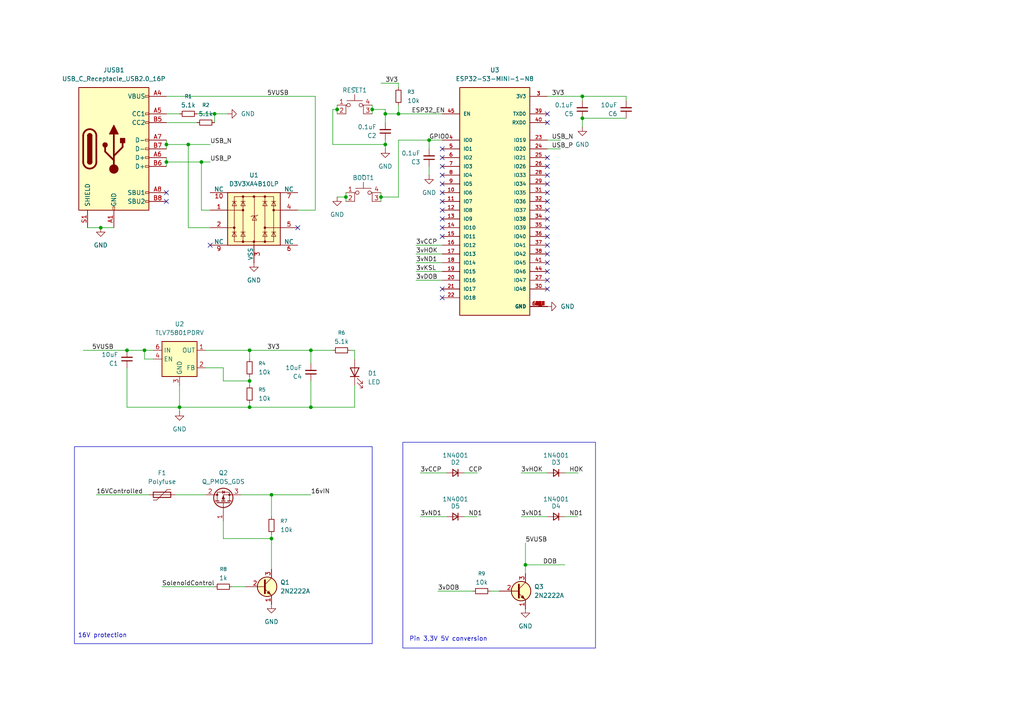
<source format=kicad_sch>
(kicad_sch (version 20250114) (generator "eeschema") (generator_version "9.0")
  (paper "A4")
  (lib_symbols
    (symbol "Connector:USB_C_Receptacle_USB2.0_16P" (pin_names (offset 1.016))
      (property "Reference" "J" (at 0 22.225 0))
      (property "Value" "USB_C_Receptacle_USB2.0_16P" (at 0 19.685 0))
      (symbol "USB_C_Receptacle_USB2.0_16P_0_0"
        (rectangle (start -0.254 -17.78) (end 0.254 -16.764))
        (rectangle (start 10.16 15.494) (end 9.144 14.986))
        (rectangle (start 10.16 10.414) (end 9.144 9.906))
        (rectangle (start 10.16 7.874) (end 9.144 7.366))
        (rectangle (start 10.16 2.794) (end 9.144 2.286))
        (rectangle (start 10.16 0.254) (end 9.144 -0.254))
        (rectangle (start 10.16 -2.286) (end 9.144 -2.794))
        (rectangle (start 10.16 -4.826) (end 9.144 -5.334))
        (rectangle (start 10.16 -12.446) (end 9.144 -12.954))
        (rectangle (start 10.16 -14.986) (end 9.144 -15.494))
      )
      (symbol "USB_C_Receptacle_USB2.0_16P_0_1"
        (rectangle (start -10.16 17.78) (end 10.16 -17.78) (stroke (width 0.254)) (fill (type background)))
        (polyline (pts (xy -8.89 -3.81) (xy -8.89 3.81)) (stroke (width 0.508)))
        (rectangle (start -7.62 -3.81) (end -6.35 3.81) (stroke (width 0.254)) (fill (type outline)))
        (arc (start -7.62 3.81) (mid -6.985 4.4423) (end -6.35 3.81) (stroke (width 0.254)))
        (arc (start -7.62 3.81) (mid -6.985 4.4423) (end -6.35 3.81) (stroke (width 0.254)) (fill (type outline)))
        (arc (start -8.89 3.81) (mid -6.985 5.7067) (end -5.08 3.81) (stroke (width 0.508)))
        (arc (start -5.08 -3.81) (mid -6.985 -5.7067) (end -8.89 -3.81) (stroke (width 0.508)))
        (arc (start -6.35 -3.81) (mid -6.985 -4.4423) (end -7.62 -3.81) (stroke (width 0.254)))
        (arc (start -6.35 -3.81) (mid -6.985 -4.4423) (end -7.62 -3.81) (stroke (width 0.254)) (fill (type outline)))
        (polyline (pts (xy -5.08 3.81) (xy -5.08 -3.81)) (stroke (width 0.508)))
        (circle (center -2.54 1.143) (radius 0.635) (stroke (width 0.254)) (fill (type outline)))
        (polyline (pts (xy -1.27 4.318) (xy 0 6.858) (xy 1.27 4.318) (xy -1.27 4.318)) (stroke (width 0.254)) (fill (type outline)))
        (polyline (pts (xy 0 -2.032) (xy 2.54 0.508) (xy 2.54 1.778)) (stroke (width 0.508)))
        (polyline (pts (xy 0 -3.302) (xy -2.54 -0.762) (xy -2.54 0.508)) (stroke (width 0.508)))
        (polyline (pts (xy 0 -5.842) (xy 0 4.318)) (stroke (width 0.508)))
        (circle (center 0 -5.842) (radius 1.27) (fill (type outline)))
        (rectangle (start 1.905 1.778) (end 3.175 3.048) (stroke (width 0.254)) (fill (type outline)))
      )
      (symbol "USB_C_Receptacle_USB2.0_16P_1_1"
        (pin passive line (at -7.62 -22.86 90) (length 5.08) (name "SHIELD") (number "S1"))
        (pin passive line (at 0 -22.86 90) (length 5.08) (name "GND") (number "A1"))
        (pin passive line (at 0 -22.86 90) (length 5.08) (hide yes) (name "GND") (number "A12"))
        (pin passive line (at 0 -22.86 90) (length 5.08) (hide yes) (name "GND") (number "B1"))
        (pin passive line (at 0 -22.86 90) (length 5.08) (hide yes) (name "GND") (number "B12"))
        (pin passive line (at 15.24 15.24 180) (length 5.08) (name "VBUS") (number "A4"))
        (pin passive line (at 15.24 15.24 180) (length 5.08) (hide yes) (name "VBUS") (number "A9"))
        (pin passive line (at 15.24 15.24 180) (length 5.08) (hide yes) (name "VBUS") (number "B4"))
        (pin passive line (at 15.24 15.24 180) (length 5.08) (hide yes) (name "VBUS") (number "B9"))
        (pin bidirectional line (at 15.24 10.16 180) (length 5.08) (name "CC1") (number "A5"))
        (pin bidirectional line (at 15.24 7.62 180) (length 5.08) (name "CC2") (number "B5"))
        (pin bidirectional line (at 15.24 2.54 180) (length 5.08) (name "D-") (number "A7"))
        (pin bidirectional line (at 15.24 0 180) (length 5.08) (name "D-") (number "B7"))
        (pin bidirectional line (at 15.24 -2.54 180) (length 5.08) (name "D+") (number "A6"))
        (pin bidirectional line (at 15.24 -5.08 180) (length 5.08) (name "D+") (number "B6"))
        (pin bidirectional line (at 15.24 -12.7 180) (length 5.08) (name "SBU1") (number "A8"))
        (pin bidirectional line (at 15.24 -15.24 180) (length 5.08) (name "SBU2") (number "B8"))
      )
    )
    (symbol "Device:C_Small" (pin_numbers (hide yes)) (pin_names (offset 0.254) (hide yes))
      (property "Reference" "C" (at 0.254 1.778 0))
      (property "Value" "C_Small" (at 0.254 -2.032 0))
      (symbol "C_Small_0_1"
        (polyline (pts (xy -1.524 0.508) (xy 1.524 0.508)) (stroke (width 0.3048)))
        (polyline (pts (xy -1.524 -0.508) (xy 1.524 -0.508)) (stroke (width 0.3302)))
      )
      (symbol "C_Small_1_1"
        (pin passive line (at 0 2.54 270) (length 2.032) (name "~") (number "1"))
        (pin passive line (at 0 -2.54 90) (length 2.032) (name "~") (number "2"))
      )
    )
    (symbol "Device:D_Small" (pin_numbers (hide yes)) (pin_names (offset 0.254) (hide yes))
      (property "Reference" "D" (at -1.27 2.032 0))
      (property "Value" "D_Small" (at -3.81 -2.032 0))
      (symbol "D_Small_0_1"
        (polyline (pts (xy -0.762 0) (xy 0.762 0)))
        (polyline (pts (xy -0.762 -1.016) (xy -0.762 1.016)) (stroke (width 0.254)))
        (polyline (pts (xy 0.762 -1.016) (xy -0.762 0) (xy 0.762 1.016) (xy 0.762 -1.016)) (stroke (width 0.254)))
      )
      (symbol "D_Small_1_1"
        (pin passive line (at -2.54 0 0) (length 1.778) (name "K") (number "1"))
        (pin passive line (at 2.54 0 180) (length 1.778) (name "A") (number "2"))
      )
    )
    (symbol "Device:LED" (pin_numbers (hide yes)) (pin_names (offset 1.016) (hide yes))
      (property "Reference" "D" (at 0 2.54 0))
      (property "Value" "LED" (at 0 -2.54 0))
      (symbol "LED_0_1"
        (polyline (pts (xy -3.048 -0.762) (xy -4.572 -2.286) (xy -3.81 -2.286) (xy -4.572 -2.286) (xy -4.572 -1.524)))
        (polyline (pts (xy -1.778 -0.762) (xy -3.302 -2.286) (xy -2.54 -2.286) (xy -3.302 -2.286) (xy -3.302 -1.524)))
        (polyline (pts (xy -1.27 0) (xy 1.27 0)))
        (polyline (pts (xy -1.27 -1.27) (xy -1.27 1.27)) (stroke (width 0.254)))
        (polyline (pts (xy 1.27 -1.27) (xy 1.27 1.27) (xy -1.27 0) (xy 1.27 -1.27)) (stroke (width 0.254)))
      )
      (symbol "LED_1_1"
        (pin passive line (at -3.81 0 0) (length 2.54) (name "K") (number "1"))
        (pin passive line (at 3.81 0 180) (length 2.54) (name "A") (number "2"))
      )
    )
    (symbol "Device:Polyfuse" (pin_numbers (hide yes)) (pin_names (offset 0))
      (property "Reference" "F" (at -2.54 0 90))
      (property "Value" "Polyfuse" (at 2.54 0 90))
      (symbol "Polyfuse_0_1"
        (polyline (pts (xy -1.524 2.54) (xy -1.524 1.524) (xy 1.524 -1.524) (xy 1.524 -2.54)))
        (rectangle (start -0.762 2.54) (end 0.762 -2.54) (stroke (width 0.254)))
        (polyline (pts (xy 0 2.54) (xy 0 -2.54)))
      )
      (symbol "Polyfuse_1_1"
        (pin passive line (at 0 3.81 270) (length 1.27) (name "~") (number "1"))
        (pin passive line (at 0 -3.81 90) (length 1.27) (name "~") (number "2"))
      )
    )
    (symbol "Device:R_Small" (pin_numbers (hide yes)) (pin_names (offset 0.254) (hide yes))
      (property "Reference" "R" (at 0 0 90))
      (property "Value" "R_Small" (at 1.778 0 90))
      (symbol "R_Small_0_1"
        (rectangle (start -0.762 1.778) (end 0.762 -1.778) (stroke (width 0.2032)))
      )
      (symbol "R_Small_1_1"
        (pin passive line (at 0 2.54 270) (length 0.762) (name "~") (number "1"))
        (pin passive line (at 0 -2.54 90) (length 0.762) (name "~") (number "2"))
      )
    )
    (symbol "ESP32:ESP32-S3-MINI-1-N8" (pin_names (offset 1.016))
      (property "Reference" "U" (at -10.16 34.29 0))
      (property "Value" "ESP32-S3-MINI-1-N8" (at -10.16 -35.56 0))
      (symbol "ESP32-S3-MINI-1-N8_0_0"
        (rectangle (start -10.16 -33.02) (end 10.16 33.02) (stroke (width 0.254)) (fill (type background)))
        (pin input line (at -15.24 25.4 0) (length 5.08) (name "EN") (number "45"))
        (pin bidirectional line (at -15.24 17.78 0) (length 5.08) (name "IO0") (number "4"))
        (pin bidirectional line (at -15.24 15.24 0) (length 5.08) (name "IO1") (number "5"))
        (pin bidirectional line (at -15.24 12.7 0) (length 5.08) (name "IO2") (number "6"))
        (pin bidirectional line (at -15.24 10.16 0) (length 5.08) (name "IO3") (number "7"))
        (pin bidirectional line (at -15.24 7.62 0) (length 5.08) (name "IO4") (number "8"))
        (pin bidirectional line (at -15.24 5.08 0) (length 5.08) (name "IO5") (number "9"))
        (pin bidirectional line (at -15.24 2.54 0) (length 5.08) (name "IO6") (number "10"))
        (pin bidirectional line (at -15.24 0 0) (length 5.08) (name "IO7") (number "11"))
        (pin bidirectional line (at -15.24 -2.54 0) (length 5.08) (name "IO8") (number "12"))
        (pin bidirectional line (at -15.24 -5.08 0) (length 5.08) (name "IO9") (number "13"))
        (pin bidirectional line (at -15.24 -7.62 0) (length 5.08) (name "IO10") (number "14"))
        (pin bidirectional line (at -15.24 -10.16 0) (length 5.08) (name "IO11") (number "15"))
        (pin bidirectional line (at -15.24 -12.7 0) (length 5.08) (name "IO12") (number "16"))
        (pin bidirectional line (at -15.24 -15.24 0) (length 5.08) (name "IO13") (number "17"))
        (pin bidirectional line (at -15.24 -17.78 0) (length 5.08) (name "IO14") (number "18"))
        (pin bidirectional line (at -15.24 -20.32 0) (length 5.08) (name "IO15") (number "19"))
        (pin bidirectional line (at -15.24 -22.86 0) (length 5.08) (name "IO16") (number "20"))
        (pin bidirectional line (at -15.24 -25.4 0) (length 5.08) (name "IO17") (number "21"))
        (pin bidirectional line (at -15.24 -27.94 0) (length 5.08) (name "IO18") (number "22"))
        (pin power_in line (at 15.24 30.48 180) (length 5.08) (name "3V3") (number "3"))
        (pin bidirectional line (at 15.24 25.4 180) (length 5.08) (name "TXD0") (number "39"))
        (pin bidirectional line (at 15.24 22.86 180) (length 5.08) (name "RXD0") (number "40"))
        (pin bidirectional line (at 15.24 17.78 180) (length 5.08) (name "IO19") (number "23"))
        (pin bidirectional line (at 15.24 15.24 180) (length 5.08) (name "IO20") (number "24"))
        (pin bidirectional line (at 15.24 12.7 180) (length 5.08) (name "IO21") (number "25"))
        (pin bidirectional line (at 15.24 10.16 180) (length 5.08) (name "IO26") (number "26"))
        (pin bidirectional line (at 15.24 7.62 180) (length 5.08) (name "IO33") (number "28"))
        (pin bidirectional line (at 15.24 5.08 180) (length 5.08) (name "IO34") (number "29"))
        (pin bidirectional line (at 15.24 2.54 180) (length 5.08) (name "IO35") (number "31"))
        (pin bidirectional line (at 15.24 0 180) (length 5.08) (name "IO36") (number "32"))
        (pin bidirectional line (at 15.24 -2.54 180) (length 5.08) (name "IO37") (number "33"))
        (pin bidirectional line (at 15.24 -5.08 180) (length 5.08) (name "IO38") (number "34"))
        (pin bidirectional line (at 15.24 -7.62 180) (length 5.08) (name "IO39") (number "35"))
        (pin bidirectional line (at 15.24 -10.16 180) (length 5.08) (name "IO40") (number "36"))
        (pin bidirectional line (at 15.24 -12.7 180) (length 5.08) (name "IO41") (number "37"))
        (pin bidirectional line (at 15.24 -15.24 180) (length 5.08) (name "IO42") (number "38"))
        (pin bidirectional line (at 15.24 -17.78 180) (length 5.08) (name "IO45") (number "41"))
        (pin bidirectional line (at 15.24 -20.32 180) (length 5.08) (name "IO46") (number "44"))
        (pin bidirectional line (at 15.24 -22.86 180) (length 5.08) (name "IO47") (number "27"))
        (pin bidirectional line (at 15.24 -25.4 180) (length 5.08) (name "IO48") (number "30"))
        (pin power_in line (at 15.24 -30.48 180) (length 5.08) (name "GND") (number "1"))
        (pin power_in line (at 15.24 -30.48 180) (length 5.08) (name "GND") (number "2"))
        (pin power_in line (at 15.24 -30.48 180) (length 5.08) (name "GND") (number "42"))
        (pin power_in line (at 15.24 -30.48 180) (length 5.08) (name "GND") (number "43"))
        (pin power_in line (at 15.24 -30.48 180) (length 5.08) (name "GND") (number "46"))
        (pin power_in line (at 15.24 -30.48 180) (length 5.08) (name "GND") (number "47"))
        (pin power_in line (at 15.24 -30.48 180) (length 5.08) (name "GND") (number "48"))
        (pin power_in line (at 15.24 -30.48 180) (length 5.08) (name "GND") (number "49"))
        (pin power_in line (at 15.24 -30.48 180) (length 5.08) (name "GND") (number "50"))
        (pin power_in line (at 15.24 -30.48 180) (length 5.08) (name "GND") (number "51"))
        (pin power_in line (at 15.24 -30.48 180) (length 5.08) (name "GND") (number "52"))
        (pin power_in line (at 15.24 -30.48 180) (length 5.08) (name "GND") (number "53"))
        (pin power_in line (at 15.24 -30.48 180) (length 5.08) (name "GND") (number "54"))
        (pin power_in line (at 15.24 -30.48 180) (length 5.08) (name "GND") (number "55"))
        (pin power_in line (at 15.24 -30.48 180) (length 5.08) (name "GND") (number "56"))
        (pin power_in line (at 15.24 -30.48 180) (length 5.08) (name "GND") (number "57"))
        (pin power_in line (at 15.24 -30.48 180) (length 5.08) (name "GND") (number "58"))
        (pin power_in line (at 15.24 -30.48 180) (length 5.08) (name "GND") (number "59"))
        (pin power_in line (at 15.24 -30.48 180) (length 5.08) (name "GND") (number "60"))
        (pin power_in line (at 15.24 -30.48 180) (length 5.08) (name "GND") (number "61"))
        (pin power_in line (at 15.24 -30.48 180) (length 5.08) (name "GND") (number "61_1"))
        (pin power_in line (at 15.24 -30.48 180) (length 5.08) (name "GND") (number "61_2"))
        (pin power_in line (at 15.24 -30.48 180) (length 5.08) (name "GND") (number "61_3"))
        (pin power_in line (at 15.24 -30.48 180) (length 5.08) (name "GND") (number "61_4"))
        (pin power_in line (at 15.24 -30.48 180) (length 5.08) (name "GND") (number "61_5"))
        (pin power_in line (at 15.24 -30.48 180) (length 5.08) (name "GND") (number "61_6"))
        (pin power_in line (at 15.24 -30.48 180) (length 5.08) (name "GND") (number "61_7"))
        (pin power_in line (at 15.24 -30.48 180) (length 5.08) (name "GND") (number "61_8"))
        (pin power_in line (at 15.24 -30.48 180) (length 5.08) (name "GND") (number "62"))
        (pin power_in line (at 15.24 -30.48 180) (length 5.08) (name "GND") (number "63"))
        (pin power_in line (at 15.24 -30.48 180) (length 5.08) (name "GND") (number "64"))
        (pin power_in line (at 15.24 -30.48 180) (length 5.08) (name "GND") (number "65"))
      )
    )
    (symbol "PCM_Transistor_BJT_AKL:2N2222A" (pin_names (hide yes))
      (property "Reference" "Q" (at 5.08 1.27 0))
      (property "Value" "2N2222A" (at 5.08 -1.27 0))
      (symbol "2N2222A_0_1"
        (polyline (pts (xy 0.635 1.905) (xy 0.635 -1.905) (xy 0.635 -1.905)) (stroke (width 0.508)))
        (polyline (pts (xy 0.635 0.635) (xy 2.54 2.54)))
        (polyline (pts (xy 0.635 -0.635) (xy 2.54 -2.54) (xy 2.54 -2.54)))
        (circle (center 1.27 0) (radius 2.8194) (stroke (width 0.254)) (fill (type background)))
        (polyline (pts (xy 1.27 -1.778) (xy 1.778 -1.27) (xy 2.286 -2.286) (xy 1.27 -1.778) (xy 1.27 -1.778)) (fill (type outline)))
      )
      (symbol "2N2222A_1_1"
        (pin passive line (at -5.08 0 0) (length 5.715) (name "B") (number "2"))
        (pin passive line (at 2.54 5.08 270) (length 2.54) (name "C") (number "3"))
        (pin passive line (at 2.54 -5.08 90) (length 2.54) (name "E") (number "1"))
      )
    )
    (symbol "Power_Protection:D3V3XA4B10LP" (pin_names (offset 0))
      (property "Reference" "U" (at -0.635 8.89 0))
      (property "Value" "D3V3XA4B10LP" (at 8.89 -10.16 0))
      (symbol "D3V3XA4B10LP_0_0"
        (rectangle (start -5.715 6.477) (end 5.715 -6.604))
        (polyline (pts (xy -3.175 -6.604) (xy -3.175 6.477)))
        (polyline (pts (xy 0.127 6.477) (xy 0.127 -6.604)))
        (polyline (pts (xy 3.175 6.477) (xy 3.175 -6.604)))
      )
      (symbol "D3V3XA4B10LP_0_1"
        (polyline (pts (xy -7.747 2.54) (xy -3.175 2.54)))
        (rectangle (start -7.62 7.62) (end 7.62 -7.62) (stroke (width 0.254)) (fill (type background)))
        (polyline (pts (xy -7.62 -2.54) (xy -5.715 -2.54)))
        (circle (center -5.715 -2.54) (radius 0.2794) (fill (type outline)))
        (polyline (pts (xy -5.08 5.08) (xy -6.35 5.08)))
        (polyline (pts (xy -5.08 3.81) (xy -6.35 3.81) (xy -5.715 5.08) (xy -5.08 3.81)))
        (polyline (pts (xy -5.08 -3.81) (xy -6.35 -3.81)))
        (polyline (pts (xy -5.08 -5.08) (xy -6.35 -5.08) (xy -5.715 -3.81) (xy -5.08 -5.08)))
        (circle (center -3.175 6.477) (radius 0.2794) (fill (type outline)))
        (circle (center -3.175 2.54) (radius 0.2794) (fill (type outline)))
        (circle (center -3.175 -6.604) (radius 0.2794) (fill (type outline)))
        (polyline (pts (xy -2.54 5.08) (xy -3.81 5.08)))
        (polyline (pts (xy -2.54 3.81) (xy -3.81 3.81) (xy -3.175 5.08) (xy -2.54 3.81)))
        (polyline (pts (xy -2.54 -3.81) (xy -3.81 -3.81)))
        (polyline (pts (xy -2.54 -5.08) (xy -3.81 -5.08) (xy -3.175 -3.81) (xy -2.54 -5.08)))
        (polyline (pts (xy -0.508 0.889) (xy -0.889 0.635)))
        (circle (center 0 6.477) (radius 0.2794) (fill (type outline)))
        (polyline (pts (xy 0 -6.604) (xy 0 -7.62)))
        (circle (center 0 -6.604) (radius 0.2794) (fill (type outline)))
        (polyline (pts (xy 0.762 0.889) (xy -0.508 0.889)))
        (polyline (pts (xy 0.762 0.889) (xy 1.143 1.143)))
        (polyline (pts (xy 0.762 -0.381) (xy -0.508 -0.381) (xy 0.127 0.889) (xy 0.762 -0.381)))
        (circle (center 3.175 6.477) (radius 0.2794) (fill (type outline)))
        (circle (center 3.175 -2.54) (radius 0.2794) (fill (type outline)))
        (circle (center 3.175 -6.604) (radius 0.2794) (fill (type outline)))
        (polyline (pts (xy 3.81 5.08) (xy 2.54 5.08)))
        (polyline (pts (xy 3.81 3.81) (xy 2.54 3.81) (xy 3.175 5.08) (xy 3.81 3.81)))
        (polyline (pts (xy 3.81 -3.81) (xy 2.54 -3.81)))
        (polyline (pts (xy 3.81 -5.08) (xy 2.54 -5.08) (xy 3.175 -3.81) (xy 3.81 -5.08)))
        (circle (center 5.715 2.54) (radius 0.2794) (fill (type outline)))
        (polyline (pts (xy 6.35 5.08) (xy 5.08 5.08)))
        (polyline (pts (xy 6.35 3.81) (xy 5.08 3.81) (xy 5.715 5.08) (xy 6.35 3.81)))
        (polyline (pts (xy 6.35 -3.81) (xy 5.08 -3.81)))
        (polyline (pts (xy 6.35 -5.08) (xy 5.08 -5.08) (xy 5.715 -3.81) (xy 6.35 -5.08)))
        (polyline (pts (xy 7.62 2.54) (xy 5.715 2.54)))
        (polyline (pts (xy 7.62 -2.54) (xy 3.175 -2.54)))
      )
      (symbol "D3V3XA4B10LP_1_1"
        (pin free line (at -12.7 7.62 0) (length 5.08) (name "NC") (number "10"))
        (pin passive line (at -12.7 2.54 0) (length 5.08) (name "~") (number "1"))
        (pin passive line (at -12.7 -2.54 0) (length 5.08) (name "~") (number "2"))
        (pin free line (at -12.7 -7.62 0) (length 5.08) (name "NC") (number "9"))
        (pin power_in line (at 0 -12.7 90) (length 5.08) (name "VSS") (number "3"))
        (pin passive line (at 0 -12.7 90) (length 5.08) (hide yes) (name "VSS") (number "8"))
        (pin free line (at 12.7 7.62 180) (length 5.08) (name "NC") (number "7"))
        (pin passive line (at 12.7 2.54 180) (length 5.08) (name "~") (number "4"))
        (pin passive line (at 12.7 -2.54 180) (length 5.08) (name "~") (number "5"))
        (pin free line (at 12.7 -7.62 180) (length 5.08) (name "NC") (number "6"))
      )
    )
    (symbol "Regulator_Linear:TLV75801PDRV"
      (property "Reference" "U" (at -3.81 6.35 0))
      (property "Value" "TLV75801PDRV" (at 0 6.35 0))
      (symbol "TLV75801PDRV_0_1"
        (rectangle (start 5.08 -5.08) (end -5.08 5.08) (stroke (width 0.254)) (fill (type background)))
      )
      (symbol "TLV75801PDRV_1_1"
        (pin power_in line (at -7.62 2.54 0) (length 2.54) (name "IN") (number "6"))
        (pin input line (at -7.62 0 0) (length 2.54) (name "EN") (number "4"))
        (pin power_in line (at 0 -7.62 90) (length 2.54) (name "GND") (number "3"))
        (pin passive line (at 0 -7.62 90) (length 2.54) (hide yes) (name "GND") (number "7"))
        (pin no_connect line (at 5.08 0 180) (length 2.54) (hide yes) (name "DNC") (number "5"))
        (pin power_out line (at 7.62 2.54 180) (length 2.54) (name "OUT") (number "1"))
        (pin input line (at 7.62 -2.54 180) (length 2.54) (name "FB") (number "2"))
      )
    )
    (symbol "Switch:SW_MEC_5E" (pin_names (offset 1.016) (hide yes))
      (property "Reference" "SW" (at 0.635 5.715 0))
      (property "Value" "SW_MEC_5E" (at 0 -3.175 0))
      (symbol "SW_MEC_5E_0_1"
        (polyline (pts (xy -2.54 0) (xy -2.54 2.54) (xy -2.286 2.54)))
        (polyline (pts (xy -2.286 3.81) (xy 2.286 3.81)))
        (circle (center -1.778 2.54) (radius 0.508))
        (polyline (pts (xy 0 3.81) (xy 0 5.588)))
        (circle (center 1.778 2.54) (radius 0.508))
        (polyline (pts (xy 2.54 0) (xy 2.54 2.54) (xy 2.286 2.54)))
        (pin passive line (at -5.08 2.54 0) (length 2.54) (name "1") (number "1"))
        (pin passive line (at -5.08 0 0) (length 2.54) (name "2") (number "2"))
        (pin passive line (at 5.08 2.54 180) (length 2.54) (name "A") (number "4"))
        (pin passive line (at 5.08 0 180) (length 2.54) (name "K") (number "3"))
      )
    )
    (symbol "Transistor_FET:Q_PMOS_GDS" (pin_names (offset 0) (hide yes))
      (property "Reference" "Q" (at 5.08 1.905 0))
      (property "Value" "Q_PMOS_GDS" (at 5.08 0 0))
      (symbol "Q_PMOS_GDS_0_1"
        (polyline (pts (xy 0.254 1.905) (xy 0.254 -1.905)) (stroke (width 0.254)))
        (polyline (pts (xy 0.254 0) (xy -2.54 0)))
        (polyline (pts (xy 0.762 2.286) (xy 0.762 1.27)) (stroke (width 0.254)))
        (polyline (pts (xy 0.762 1.778) (xy 3.302 1.778) (xy 3.302 -1.778) (xy 0.762 -1.778)))
        (polyline (pts (xy 0.762 0.508) (xy 0.762 -0.508)) (stroke (width 0.254)))
        (polyline (pts (xy 0.762 -1.27) (xy 0.762 -2.286)) (stroke (width 0.254)))
        (circle (center 1.651 0) (radius 2.794) (stroke (width 0.254)))
        (polyline (pts (xy 2.286 0) (xy 1.27 0.381) (xy 1.27 -0.381) (xy 2.286 0)) (fill (type outline)))
        (polyline (pts (xy 2.54 2.54) (xy 2.54 1.778)))
        (circle (center 2.54 1.778) (radius 0.254) (fill (type outline)))
        (circle (center 2.54 -1.778) (radius 0.254) (fill (type outline)))
        (polyline (pts (xy 2.54 -2.54) (xy 2.54 0) (xy 0.762 0)))
        (polyline (pts (xy 2.921 -0.381) (xy 3.683 -0.381)))
        (polyline (pts (xy 3.302 -0.381) (xy 2.921 0.254) (xy 3.683 0.254) (xy 3.302 -0.381)))
      )
      (symbol "Q_PMOS_GDS_1_1"
        (pin input line (at -5.08 0 0) (length 2.54) (name "G") (number "1"))
        (pin passive line (at 2.54 5.08 270) (length 2.54) (name "D") (number "2"))
        (pin passive line (at 2.54 -5.08 90) (length 2.54) (name "S") (number "3"))
      )
    )
    (symbol "power:GND" (power) (pin_numbers (hide yes)) (pin_names (offset 0) (hide yes))
      (property "Value" "GND" (at 0 -3.81 0))
      (symbol "GND_0_1"
        (polyline (pts (xy 0 0) (xy 0 -1.27) (xy 1.27 -1.27) (xy 0 -2.54) (xy -1.27 -1.27) (xy 0 -1.27)))
      )
      (symbol "GND_1_1"
        (pin power_in line (at 0 0 270) (length 0) (name "~") (number "1"))
      )
    )
  )
  (rectangle (start 116.84 128.27) (end 172.72 187.96))
  (rectangle (start 21.59 129.54) (end 107.95 186.69))
  (text "Pin 3,3V 5V conversion" (at 130.048 185.42 0) (effects (font (size 1.27 1.27))))
  (text "16V protection" (at 29.718 184.404 0) (effects (font (size 1.27 1.27))))
  (junction (at 72.39 118.11))
  (junction (at 41.91 101.6))
  (junction (at 52.07 118.11))
  (junction (at 90.17 101.6))
  (junction (at 78.74 156.21))
  (junction (at 115.57 33.02))
  (junction (at 48.26 41.91))
  (junction (at 100.33 57.15))
  (junction (at 111.76 33.02))
  (junction (at 110.49 57.15))
  (junction (at 152.4 163.83))
  (junction (at 168.91 27.94))
  (junction (at 72.39 110.49))
  (junction (at 90.17 118.11))
  (junction (at 111.76 41.91))
  (junction (at 124.46 40.64))
  (junction (at 48.26 46.99))
  (junction (at 36.83 101.6))
  (junction (at 107.95 31.75))
  (junction (at 168.91 34.29))
  (junction (at 72.39 101.6))
  (junction (at 54.61 41.91))
  (junction (at 62.23 33.02))
  (junction (at 97.79 31.75))
  (junction (at 78.74 143.51))
  (junction (at 58.42 46.99))
  (junction (at 29.21 66.04))
  (no_connect (at 158.75 63.5))
  (no_connect (at 158.75 83.82))
  (no_connect (at 158.75 55.88))
  (no_connect (at 158.75 81.28))
  (no_connect (at 128.27 86.36))
  (no_connect (at 158.75 76.2))
  (no_connect (at 158.75 71.12))
  (no_connect (at 48.26 55.88))
  (no_connect (at 60.96 71.12))
  (no_connect (at 128.27 58.42))
  (no_connect (at 128.27 63.5))
  (no_connect (at 158.75 45.72))
  (no_connect (at 158.75 48.26))
  (no_connect (at 158.75 50.8))
  (no_connect (at 158.75 58.42))
  (no_connect (at 158.75 53.34))
  (no_connect (at 128.27 83.82))
  (no_connect (at 158.75 66.04))
  (no_connect (at 128.27 68.58))
  (no_connect (at 158.75 33.02))
  (no_connect (at 48.26 58.42))
  (no_connect (at 128.27 43.18))
  (no_connect (at 158.75 78.74))
  (no_connect (at 128.27 55.88))
  (no_connect (at 128.27 50.8))
  (no_connect (at 158.75 35.56))
  (no_connect (at 158.75 73.66))
  (no_connect (at 128.27 66.04))
  (no_connect (at 128.27 45.72))
  (no_connect (at 158.75 60.96))
  (no_connect (at 158.75 68.58))
  (no_connect (at 128.27 60.96))
  (no_connect (at 86.36 66.04))
  (no_connect (at 128.27 48.26))
  (no_connect (at 128.27 53.34))
  (wire (pts (xy 110.49 55.88) (xy 110.49 57.15)))
  (wire (pts (xy 96.52 31.75) (xy 96.52 41.91)))
  (wire (pts (xy 120.65 71.12) (xy 128.27 71.12)))
  (wire (pts (xy 64.77 110.49) (xy 72.39 110.49)))
  (wire (pts (xy 90.17 118.11) (xy 72.39 118.11)))
  (wire (pts (xy 121.92 137.16) (xy 129.54 137.16)))
  (wire (pts (xy 72.39 101.6) (xy 72.39 104.14)))
  (wire (pts (xy 78.74 149.86) (xy 78.74 143.51)))
  (wire (pts (xy 168.91 34.29) (xy 168.91 36.83)))
  (wire (pts (xy 107.95 31.75) (xy 107.95 33.02)))
  (wire (pts (xy 120.65 78.74) (xy 128.27 78.74)))
  (wire (pts (xy 78.74 156.21) (xy 78.74 165.1)))
  (wire (pts (xy 62.23 33.02) (xy 66.04 33.02)))
  (wire (pts (xy 64.77 156.21) (xy 64.77 151.13)))
  (wire (pts (xy 115.57 57.15) (xy 110.49 57.15)))
  (wire (pts (xy 107.95 31.75) (xy 111.76 31.75)))
  (wire (pts (xy 110.49 24.13) (xy 115.57 24.13)))
  (wire (pts (xy 124.46 48.26) (xy 124.46 50.8)))
  (wire (pts (xy 41.91 104.14) (xy 44.45 104.14)))
  (wire (pts (xy 111.76 33.02) (xy 111.76 35.56)))
  (wire (pts (xy 62.23 33.02) (xy 62.23 35.56)))
  (wire (pts (xy 41.91 101.6) (xy 41.91 104.14)))
  (wire (pts (xy 102.87 118.11) (xy 90.17 118.11)))
  (wire (pts (xy 96.52 41.91) (xy 111.76 41.91)))
  (wire (pts (xy 46.99 170.18) (xy 62.23 170.18)))
  (wire (pts (xy 111.76 41.91) (xy 111.76 43.18)))
  (wire (pts (xy 90.17 143.51) (xy 78.74 143.51)))
  (wire (pts (xy 158.75 43.18) (xy 162.56 43.18)))
  (wire (pts (xy 25.4 66.04) (xy 29.21 66.04)))
  (wire (pts (xy 152.4 157.48) (xy 152.4 163.83)))
  (wire (pts (xy 115.57 33.02) (xy 115.57 30.48)))
  (wire (pts (xy 152.4 163.83) (xy 152.4 166.37)))
  (wire (pts (xy 168.91 34.29) (xy 181.61 34.29)))
  (wire (pts (xy 72.39 118.11) (xy 52.07 118.11)))
  (wire (pts (xy 36.83 106.68) (xy 36.83 118.11)))
  (wire (pts (xy 48.26 35.56) (xy 57.15 35.56)))
  (wire (pts (xy 110.49 57.15) (xy 110.49 58.42)))
  (wire (pts (xy 29.21 66.04) (xy 33.02 66.04)))
  (wire (pts (xy 64.77 156.21) (xy 78.74 156.21)))
  (wire (pts (xy 57.15 33.02) (xy 62.23 33.02)))
  (wire (pts (xy 91.44 60.96) (xy 91.44 27.94)))
  (wire (pts (xy 72.39 109.22) (xy 72.39 110.49)))
  (wire (pts (xy 124.46 43.18) (xy 124.46 40.64)))
  (wire (pts (xy 67.31 170.18) (xy 71.12 170.18)))
  (wire (pts (xy 100.33 55.88) (xy 100.33 57.15)))
  (wire (pts (xy 97.79 31.75) (xy 97.79 33.02)))
  (wire (pts (xy 163.83 149.86) (xy 167.64 149.86)))
  (wire (pts (xy 120.65 81.28) (xy 128.27 81.28)))
  (wire (pts (xy 27.94 143.51) (xy 43.18 143.51)))
  (wire (pts (xy 115.57 40.64) (xy 115.57 57.15)))
  (wire (pts (xy 36.83 101.6) (xy 41.91 101.6)))
  (wire (pts (xy 111.76 33.02) (xy 115.57 33.02)))
  (wire (pts (xy 142.24 171.45) (xy 144.78 171.45)))
  (wire (pts (xy 60.96 60.96) (xy 58.42 60.96)))
  (wire (pts (xy 64.77 106.68) (xy 64.77 110.49)))
  (wire (pts (xy 168.91 27.94) (xy 181.61 27.94)))
  (wire (pts (xy 72.39 110.49) (xy 72.39 111.76)))
  (wire (pts (xy 86.36 60.96) (xy 91.44 60.96)))
  (wire (pts (xy 48.26 41.91) (xy 54.61 41.91)))
  (wire (pts (xy 120.65 73.66) (xy 128.27 73.66)))
  (wire (pts (xy 97.79 31.75) (xy 96.52 31.75)))
  (wire (pts (xy 48.26 45.72) (xy 48.26 46.99)))
  (wire (pts (xy 181.61 27.94) (xy 181.61 29.21)))
  (wire (pts (xy 101.6 101.6) (xy 102.87 101.6)))
  (wire (pts (xy 52.07 118.11) (xy 52.07 111.76)))
  (wire (pts (xy 90.17 101.6) (xy 96.52 101.6)))
  (wire (pts (xy 59.69 106.68) (xy 64.77 106.68)))
  (wire (pts (xy 100.33 57.15) (xy 97.79 57.15)))
  (wire (pts (xy 72.39 101.6) (xy 90.17 101.6)))
  (wire (pts (xy 100.33 57.15) (xy 100.33 58.42)))
  (wire (pts (xy 90.17 101.6) (xy 90.17 105.41)))
  (wire (pts (xy 158.75 40.64) (xy 162.56 40.64)))
  (wire (pts (xy 69.85 143.51) (xy 78.74 143.51)))
  (wire (pts (xy 58.42 60.96) (xy 58.42 46.99)))
  (wire (pts (xy 158.75 27.94) (xy 168.91 27.94)))
  (wire (pts (xy 54.61 66.04) (xy 54.61 41.91)))
  (wire (pts (xy 102.87 101.6) (xy 102.87 104.14)))
  (wire (pts (xy 60.96 66.04) (xy 54.61 66.04)))
  (wire (pts (xy 124.46 40.64) (xy 115.57 40.64)))
  (wire (pts (xy 48.26 46.99) (xy 48.26 48.26)))
  (wire (pts (xy 58.42 46.99) (xy 60.96 46.99)))
  (wire (pts (xy 151.13 137.16) (xy 158.75 137.16)))
  (wire (pts (xy 59.69 101.6) (xy 72.39 101.6)))
  (wire (pts (xy 127 171.45) (xy 137.16 171.45)))
  (wire (pts (xy 97.79 30.48) (xy 97.79 31.75)))
  (wire (pts (xy 48.26 46.99) (xy 58.42 46.99)))
  (wire (pts (xy 44.45 101.6) (xy 41.91 101.6)))
  (wire (pts (xy 134.62 149.86) (xy 138.43 149.86)))
  (wire (pts (xy 120.65 76.2) (xy 128.27 76.2)))
  (wire (pts (xy 121.92 149.86) (xy 129.54 149.86)))
  (wire (pts (xy 102.87 111.76) (xy 102.87 118.11)))
  (wire (pts (xy 36.83 118.11) (xy 52.07 118.11)))
  (wire (pts (xy 78.74 154.94) (xy 78.74 156.21)))
  (wire (pts (xy 48.26 40.64) (xy 48.26 41.91)))
  (wire (pts (xy 134.62 137.16) (xy 138.43 137.16)))
  (wire (pts (xy 48.26 33.02) (xy 52.07 33.02)))
  (wire (pts (xy 111.76 40.64) (xy 111.76 41.91)))
  (wire (pts (xy 124.46 40.64) (xy 128.27 40.64)))
  (wire (pts (xy 115.57 33.02) (xy 128.27 33.02)))
  (wire (pts (xy 90.17 110.49) (xy 90.17 118.11)))
  (wire (pts (xy 24.13 101.6) (xy 36.83 101.6)))
  (wire (pts (xy 115.57 25.4) (xy 115.57 24.13)))
  (wire (pts (xy 163.83 137.16) (xy 167.64 137.16)))
  (wire (pts (xy 72.39 116.84) (xy 72.39 118.11)))
  (wire (pts (xy 168.91 27.94) (xy 168.91 29.21)))
  (wire (pts (xy 151.13 149.86) (xy 158.75 149.86)))
  (wire (pts (xy 54.61 41.91) (xy 60.96 41.91)))
  (wire (pts (xy 52.07 119.38) (xy 52.07 118.11)))
  (wire (pts (xy 50.8 143.51) (xy 59.69 143.51)))
  (wire (pts (xy 111.76 31.75) (xy 111.76 33.02)))
  (wire (pts (xy 48.26 27.94) (xy 91.44 27.94)))
  (wire (pts (xy 152.4 163.83) (xy 163.83 163.83)))
  (wire (pts (xy 107.95 30.48) (xy 107.95 31.75)))
  (wire (pts (xy 48.26 41.91) (xy 48.26 43.18)))
  (label "3vND1" (at 151.13 149.86 0))
  (label "3vND1" (at 121.92 149.86 0))
  (label "5VUSB" (at 152.4 157.48 0))
  (label "USB_P" (at 60.96 46.99 0))
  (label "5VUSB" (at 26.67 101.6 0))
  (label "3V3" (at 77.47 101.6 0))
  (label "ND1" (at 165.1 149.86 0))
  (label "3vKSL" (at 120.65 78.74 0))
  (label "3V3" (at 160.02 27.94 0))
  (label "3vDOB" (at 120.65 81.28 0))
  (label "3vCCP" (at 121.92 137.16 0))
  (label "5VUSB" (at 77.47 27.94 0))
  (label "ND1" (at 135.89 149.86 0))
  (label "DOB" (at 157.48 163.83 0))
  (label "3V3" (at 111.76 24.13 0))
  (label "USB_N" (at 160.02 40.64 0))
  (label "USB_N" (at 60.96 41.91 0))
  (label "CCP" (at 135.89 137.16 0))
  (label "HOK" (at 165.1 137.16 0))
  (label "3vHOK" (at 120.65 73.66 0))
  (label "3vDOB" (at 127 171.45 0))
  (label "16vIN" (at 90.17 143.51 0))
  (label "USB_P" (at 160.02 43.18 0))
  (label "3vCCP" (at 120.65 71.12 0))
  (label "3vND1" (at 120.65 76.2 0))
  (label "SolenoidControl" (at 46.99 170.18 0))
  (label "16VControlled" (at 27.94 143.51 0))
  (label "GPIO0" (at 124.46 40.64 0))
  (label "3vHOK" (at 151.13 137.16 0))
  (label "ESP32_EN" (at 119.38 33.02 0))
  (symbol (lib_id "Power_Protection:D3V3XA4B10LP") (at 73.66 63.5 0) (unit 1)
    (property "Reference" "U1" (at 73.66 50.8 0))
    (property "Value" "D3V3XA4B10LP" (at 73.66 53.34 0))
    (property "Footprint" "Package_DFN_QFN:Diodes_UDFN-10_1x2.5mm_P0.5mm" (effects (hide yes)))
    (property "Datasheet" "https://www.diodes.com/assets/Datasheets/D3V3XA4B10LP.pdf" (effects (hide yes)))
    (property "Description" "4-Channel Low Capacitance TVS Diode Array, DFN-10 / USON-10" (effects (hide yes)))
  )
  (symbol (lib_id "Device:LED") (at 102.87 107.95 90) (unit 1)
    (property "Reference" "D1" (at 106.68 108.2674 90) (effects (justify right)))
    (property "Value" "LED" (at 106.68 110.8074 90) (effects (justify right)))
    (property "Footprint" "LED_SMD:LED_0603_1608Metric" (effects (hide yes)))
    (property "Description" "Light emitting diode" (effects (hide yes)))
    (property "Sim.Pins" "1=K 2=A" (effects (hide yes)))
  )
  (symbol (lib_id "power:GND") (at 158.75 88.9 90) (unit 1)
    (property "Reference" "#PWR08" (effects (hide yes)))
    (property "Value" "GND" (at 162.56 88.8999 90) (effects (justify right)))
    (property "Description" "Power symbol creates a global label with name \"GND\" , ground" (effects (hide yes)))
  )
  (symbol (lib_id "power:GND") (at 73.66 76.2 0) (unit 1)
    (property "Reference" "#PWR03" (effects (hide yes)))
    (property "Value" "GND" (at 73.66 81.28 0))
    (property "Description" "Power symbol creates a global label with name \"GND\" , ground" (effects (hide yes)))
  )
  (symbol (lib_id "power:GND") (at 124.46 50.8 0) (unit 1)
    (property "Reference" "#PWR07" (effects (hide yes)))
    (property "Value" "GND" (at 124.46 55.88 0))
    (property "Description" "Power symbol creates a global label with name \"GND\" , ground" (effects (hide yes)))
  )
  (symbol (lib_id "Regulator_Linear:TLV75801PDRV") (at 52.07 104.14 0) (unit 1)
    (property "Reference" "U2" (at 52.07 93.98 0))
    (property "Value" "TLV75801PDRV" (at 52.07 96.52 0))
    (property "Footprint" "Package_SON:WSON-6-1EP_2x2mm_P0.65mm_EP1x1.6mm" (effects (hide yes)))
    (property "Datasheet" "https://www.ti.com/lit/ds/symlink/tlv758p.pdf" (effects (hide yes)))
    (property "Description" "500mA Low-Dropout Linear Regulator, Adjustable Output, WSON-6" (effects (hide yes)))
  )
  (symbol (lib_id "Device:R_Small") (at 64.77 170.18 270) (unit 1)
    (property "Reference" "R8" (at 64.77 165.1 90) (effects (font (size 1.016 1.016))))
    (property "Value" "1k" (at 64.77 167.64 90))
    (property "Footprint" "Resistor_SMD:R_0603_1608Metric" (effects (hide yes)))
    (property "Description" "Resistor, small symbol" (effects (hide yes)))
  )
  (symbol (lib_id "Device:C_Small") (at 90.17 107.95 180) (unit 1)
    (property "Reference" "C4" (at 87.63 109.2138 0) (effects (justify left)))
    (property "Value" "10uF" (at 87.63 106.6738 0) (effects (justify left)))
    (property "Footprint" "Capacitor_SMD:C_0603_1608Metric" (effects (hide yes)))
    (property "Description" "Unpolarized capacitor, small symbol" (effects (hide yes)))
  )
  (symbol (lib_id "Device:R_Small") (at 59.69 35.56 270) (unit 1)
    (property "Reference" "R2" (at 59.69 30.48 90) (effects (font (size 1.016 1.016))))
    (property "Value" "5.1k" (at 59.69 33.02 90))
    (property "Footprint" "Resistor_SMD:R_0603_1608Metric" (effects (hide yes)))
    (property "Description" "Resistor, small symbol" (effects (hide yes)))
  )
  (symbol (lib_id "power:GND") (at 66.04 33.02 90) (unit 1)
    (property "Reference" "#PWR02" (effects (hide yes)))
    (property "Value" "GND" (at 69.85 33.0199 90) (effects (justify right)))
    (property "Description" "Power symbol creates a global label with name \"GND\" , ground" (effects (hide yes)))
  )
  (symbol (lib_id "Device:D_Small") (at 132.08 149.86 180) (unit 1)
    (property "Reference" "D5" (at 132.08 146.812 0))
    (property "Value" "1N4001" (at 132.08 144.78 0))
    (property "Footprint" "Diode_THT:D_DO-41_SOD81_P10.16mm_Horizontal" (effects (hide yes)))
    (property "Description" "Diode, small symbol" (effects (hide yes)))
    (property "Sim.Device" "D" (effects (hide yes)))
    (property "Sim.Pins" "1=K 2=A" (effects (hide yes)))
  )
  (symbol (lib_id "power:GND") (at 168.91 36.83 0) (unit 1)
    (property "Reference" "#PWR09" (effects (hide yes)))
    (property "Value" "GND" (at 168.91 41.91 0))
    (property "Description" "Power symbol creates a global label with name \"GND\" , ground" (effects (hide yes)))
  )
  (symbol (lib_id "Device:R_Small") (at 115.57 27.94 0) (unit 1)
    (property "Reference" "R3" (at 118.11 26.6699 0) (effects (font (size 1.016 1.016)) (justify left)))
    (property "Value" "10k" (at 118.11 29.2099 0) (effects (justify left)))
    (property "Footprint" "Resistor_SMD:R_0603_1608Metric" (effects (hide yes)))
    (property "Description" "Resistor, small symbol" (effects (hide yes)))
  )
  (symbol (lib_id "Switch:SW_MEC_5E") (at 105.41 58.42 0) (unit 1)
    (property "Reference" "BOOT1" (at 105.41 51.562 0))
    (property "Value" "~" (at 105.41 50.8 0))
    (property "Footprint" "Button_Switch_SMD:SW_SPST_PTS810" (effects (hide yes)))
    (property "Datasheet" "http://www.apem.com/int/index.php?controller=attachment&id_attachment=1371" (effects (hide yes)))
    (property "Description" "MEC 5E single pole normally-open tactile switch" (effects (hide yes)))
  )
  (symbol (lib_id "PCM_Transistor_BJT_AKL:2N2222A") (at 149.86 171.45 0) (unit 1)
    (property "Reference" "Q3" (at 154.94 170.1799 0) (effects (justify left)))
    (property "Value" "2N2222A" (at 154.94 172.7199 0) (effects (justify left)))
    (property "Footprint" "PCM_Package_TO_SOT_THT_AKL:TO-18-3_EBC" (effects (hide yes)))
    (property "Datasheet" "https://www.st.com/resource/en/datasheet/cd00003223.pdf" (effects (hide yes)))
    (property "Description" "NPN TO-18 transistor, 40V, 0.6A, 500mW, Alternate KiCAD Library" (effects (hide yes)))
  )
  (symbol (lib_id "Device:C_Small") (at 36.83 104.14 180) (unit 1)
    (property "Reference" "C1" (at 34.29 105.4038 0) (effects (justify left)))
    (property "Value" "10uF" (at 34.29 102.8638 0) (effects (justify left)))
    (property "Footprint" "Capacitor_SMD:C_0603_1608Metric" (effects (hide yes)))
    (property "Description" "Unpolarized capacitor, small symbol" (effects (hide yes)))
  )
  (symbol (lib_id "Device:R_Small") (at 139.7 171.45 270) (unit 1)
    (property "Reference" "R9" (at 139.7 166.37 90) (effects (font (size 1.016 1.016))))
    (property "Value" "10k" (at 139.7 168.91 90))
    (property "Footprint" "Resistor_SMD:R_0603_1608Metric" (effects (hide yes)))
    (property "Description" "Resistor, small symbol" (effects (hide yes)))
  )
  (symbol (lib_id "Device:C_Small") (at 168.91 31.75 180) (unit 1)
    (property "Reference" "C5" (at 166.37 33.0138 0) (effects (justify left)))
    (property "Value" "0.1uF" (at 166.37 30.4738 0) (effects (justify left)))
    (property "Footprint" "Capacitor_SMD:C_0603_1608Metric" (effects (hide yes)))
    (property "Description" "Unpolarized capacitor, small symbol" (effects (hide yes)))
  )
  (symbol (lib_id "power:GND") (at 97.79 57.15 0) (unit 1)
    (property "Reference" "#PWR04" (effects (hide yes)))
    (property "Value" "GND" (at 97.79 62.23 0))
    (property "Description" "Power symbol creates a global label with name \"GND\" , ground" (effects (hide yes)))
  )
  (symbol (lib_id "Device:R_Small") (at 54.61 33.02 90) (unit 1)
    (property "Reference" "R1" (at 54.61 27.94 90) (effects (font (size 1.016 1.016))))
    (property "Value" "5.1k" (at 54.61 30.48 90))
    (property "Footprint" "Resistor_SMD:R_0603_1608Metric" (effects (hide yes)))
    (property "Description" "Resistor, small symbol" (effects (hide yes)))
  )
  (symbol (lib_id "Switch:SW_MEC_5E") (at 102.87 33.02 0) (unit 1)
    (property "Reference" "RESET1" (at 102.87 26.162 0))
    (property "Value" "~" (at 102.87 25.4 0))
    (property "Footprint" "Button_Switch_SMD:SW_SPST_PTS810" (effects (hide yes)))
    (property "Datasheet" "http://www.apem.com/int/index.php?controller=attachment&id_attachment=1371" (effects (hide yes)))
    (property "Description" "MEC 5E single pole normally-open tactile switch" (effects (hide yes)))
  )
  (symbol (lib_id "PCM_Transistor_BJT_AKL:2N2222A") (at 76.2 170.18 0) (unit 1)
    (property "Reference" "Q1" (at 81.28 168.9099 0) (effects (justify left)))
    (property "Value" "2N2222A" (at 81.28 171.4499 0) (effects (justify left)))
    (property "Footprint" "PCM_Package_TO_SOT_THT_AKL:TO-18-3_EBC" (effects (hide yes)))
    (property "Datasheet" "https://www.st.com/resource/en/datasheet/cd00003223.pdf" (effects (hide yes)))
    (property "Description" "NPN TO-18 transistor, 40V, 0.6A, 500mW, Alternate KiCAD Library" (effects (hide yes)))
  )
  (symbol (lib_id "Connector:USB_C_Receptacle_USB2.0_16P") (at 33.02 43.18 0) (unit 1)
    (property "Reference" "JUSB1" (at 33.02 20.32 0))
    (property "Value" "USB_C_Receptacle_USB2.0_16P" (at 33.02 22.86 0))
    (property "Footprint" "Connector_USB:USB_C_Receptacle_GCT_USB4105-xx-A_16P_TopMnt_Horizontal" (effects (hide yes)))
    (property "Datasheet" "https://www.usb.org/sites/default/files/documents/usb_type-c.zip" (effects (hide yes)))
    (property "Description" "USB 2.0-only 16P Type-C Receptacle connector" (effects (hide yes)))
  )
  (symbol (lib_id "power:GND") (at 29.21 66.04 0) (unit 1)
    (property "Reference" "#PWR01" (effects (hide yes)))
    (property "Value" "GND" (at 29.21 71.12 0))
    (property "Description" "Power symbol creates a global label with name \"GND\" , ground" (effects (hide yes)))
  )
  (symbol (lib_id "Device:C_Small") (at 181.61 31.75 180) (unit 1)
    (property "Reference" "C6" (at 179.07 33.0138 0) (effects (justify left)))
    (property "Value" "10uF" (at 179.07 30.4738 0) (effects (justify left)))
    (property "Footprint" "Capacitor_SMD:C_0603_1608Metric" (effects (hide yes)))
    (property "Description" "Unpolarized capacitor, small symbol" (effects (hide yes)))
  )
  (symbol (lib_id "power:GND") (at 111.76 43.18 0) (unit 1)
    (property "Reference" "#PWR05" (effects (hide yes)))
    (property "Value" "GND" (at 111.76 48.26 0))
    (property "Description" "Power symbol creates a global label with name \"GND\" , ground" (effects (hide yes)))
  )
  (symbol (lib_id "Device:R_Small") (at 72.39 106.68 0) (unit 1)
    (property "Reference" "R4" (at 74.93 105.4099 0) (effects (font (size 1.016 1.016)) (justify left)))
    (property "Value" "10k" (at 74.93 107.9499 0) (effects (justify left)))
    (property "Footprint" "Resistor_SMD:R_0603_1608Metric" (effects (hide yes)))
    (property "Description" "Resistor, small symbol" (effects (hide yes)))
  )
  (symbol (lib_id "Device:D_Small") (at 161.29 149.86 180) (unit 1)
    (property "Reference" "D4" (at 161.29 146.812 0))
    (property "Value" "1N4001" (at 161.29 144.78 0))
    (property "Footprint" "Diode_THT:D_DO-41_SOD81_P10.16mm_Horizontal" (effects (hide yes)))
    (property "Description" "Diode, small symbol" (effects (hide yes)))
    (property "Sim.Device" "D" (effects (hide yes)))
    (property "Sim.Pins" "1=K 2=A" (effects (hide yes)))
  )
  (symbol (lib_id "Device:R_Small") (at 72.39 114.3 0) (unit 1)
    (property "Reference" "R5" (at 74.93 113.0299 0) (effects (font (size 1.016 1.016)) (justify left)))
    (property "Value" "10k" (at 74.93 115.5699 0) (effects (justify left)))
    (property "Footprint" "Resistor_SMD:R_0603_1608Metric" (effects (hide yes)))
    (property "Description" "Resistor, small symbol" (effects (hide yes)))
  )
  (symbol (lib_id "Device:D_Small") (at 161.29 137.16 180) (unit 1)
    (property "Reference" "D3" (at 161.29 134.112 0))
    (property "Value" "1N4001" (at 161.29 132.08 0))
    (property "Footprint" "Diode_THT:D_DO-41_SOD81_P10.16mm_Horizontal" (effects (hide yes)))
    (property "Description" "Diode, small symbol" (effects (hide yes)))
    (property "Sim.Device" "D" (effects (hide yes)))
    (property "Sim.Pins" "1=K 2=A" (effects (hide yes)))
  )
  (symbol (lib_id "Device:C_Small") (at 111.76 38.1 180) (unit 1)
    (property "Reference" "C2" (at 109.22 39.3638 0) (effects (justify left)))
    (property "Value" "0.1uF" (at 109.22 36.8238 0) (effects (justify left)))
    (property "Footprint" "Capacitor_SMD:C_0603_1608Metric" (effects (hide yes)))
    (property "Description" "Unpolarized capacitor, small symbol" (effects (hide yes)))
  )
  (symbol (lib_id "Device:R_Small") (at 78.74 152.4 180) (unit 1)
    (property "Reference" "R7" (at 81.28 151.1299 0) (effects (font (size 1.016 1.016)) (justify right)))
    (property "Value" "10k" (at 81.28 153.6699 0) (effects (justify right)))
    (property "Footprint" "Resistor_SMD:R_0603_1608Metric" (effects (hide yes)))
    (property "Description" "Resistor, small symbol" (effects (hide yes)))
  )
  (symbol (lib_id "Device:C_Small") (at 124.46 45.72 180) (unit 1)
    (property "Reference" "C3" (at 121.92 46.9838 0) (effects (justify left)))
    (property "Value" "0.1uF" (at 121.92 44.4438 0) (effects (justify left)))
    (property "Footprint" "Capacitor_SMD:C_0603_1608Metric" (effects (hide yes)))
    (property "Description" "Unpolarized capacitor, small symbol" (effects (hide yes)))
  )
  (symbol (lib_id "Device:Polyfuse") (at 46.99 143.51 90) (unit 1)
    (property "Reference" "F1" (at 46.99 137.16 90))
    (property "Value" "Polyfuse" (at 46.99 139.7 90))
    (property "Description" "Resettable fuse, polymeric positive temperature coefficient" (effects (hide yes)))
  )
  (symbol (lib_id "power:GND") (at 152.4 176.53 0) (unit 1)
    (property "Reference" "#PWR011" (effects (hide yes)))
    (property "Value" "GND" (at 152.4 181.61 0))
    (property "Description" "Power symbol creates a global label with name \"GND\" , ground" (effects (hide yes)))
  )
  (symbol (lib_id "Device:R_Small") (at 99.06 101.6 90) (unit 1)
    (property "Reference" "R6" (at 99.06 96.52 90) (effects (font (size 1.016 1.016))))
    (property "Value" "5.1k" (at 99.06 99.06 90))
    (property "Footprint" "Resistor_SMD:R_0603_1608Metric" (effects (hide yes)))
    (property "Description" "Resistor, small symbol" (effects (hide yes)))
  )
  (symbol (lib_id "ESP32:ESP32-S3-MINI-1-N8") (at 143.51 58.42 0) (unit 1)
    (property "Reference" "U3" (at 143.51 20.32 0))
    (property "Value" "ESP32-S3-MINI-1-N8" (at 143.51 22.86 0))
    (property "Footprint" "ESP32_S3_MINI_1_N8:XCVR_ESP32-S3-MINI-1-N8" (effects (hide yes)))
    (property "MF" "Espressif Systems" (effects (hide yes)))
    (property "MAXIMUM_PACKAGE_HEIGHT" "2.55mm" (effects (hide yes)))
    (property "Package" "None" (effects (hide yes)))
    (property "Price" "None" (effects (hide yes)))
    (property "Check_prices" "https://www.snapeda.com/parts/ESP32-S3-MINI-1-N8/Espressif+Systems/view-part/?ref=eda" (effects (hide yes)))
    (property "STANDARD" "Manufacturer Recommendations" (effects (hide yes)))
    (property "PARTREV" "v0.6" (effects (hide yes)))
    (property "SnapEDA_Link" "https://www.snapeda.com/parts/ESP32-S3-MINI-1-N8/Espressif+Systems/view-part/?ref=snap" (effects (hide yes)))
    (property "MP" "ESP32-S3-MINI-1-N8" (effects (hide yes)))
    (property "Purchase-URL" "https://www.snapeda.com/api/url_track_click_mouser/?unipart_id=8941370&manufacturer=Espressif Systems&part_name=ESP32-S3-MINI-1-N8&search_term=None" (effects (hide yes)))
    (property "Description_1" "Bluetooth, WiFi 802.11b/g/n, Bluetooth v5.0 Transceiver Module 2.4GHz PCB Trace Surface Mount" (effects (hide yes)))
    (property "Availability" "In Stock" (effects (hide yes)))
    (property "MANUFACTURER" "Espressif" (effects (hide yes)))
  )
  (symbol (lib_id "power:GND") (at 78.74 175.26 0) (unit 1)
    (property "Reference" "#PWR010" (effects (hide yes)))
    (property "Value" "GND" (at 78.74 180.34 0))
    (property "Description" "Power symbol creates a global label with name \"GND\" , ground" (effects (hide yes)))
  )
  (symbol (lib_id "power:GND") (at 52.07 119.38 0) (unit 1)
    (property "Reference" "#PWR06" (effects (hide yes)))
    (property "Value" "GND" (at 52.07 124.46 0))
    (property "Description" "Power symbol creates a global label with name \"GND\" , ground" (effects (hide yes)))
  )
  (symbol (lib_id "Transistor_FET:Q_PMOS_GDS") (at 64.77 146.05 90) (unit 1)
    (property "Reference" "Q2" (at 64.77 137.16 90))
    (property "Value" "Q_PMOS_GDS" (at 64.77 139.7 90))
    (property "Footprint" "Package_TO_SOT_THT:TO-220-3_Vertical" (effects (hide yes)))
    (property "Description" "P-MOSFET transistor, gate/drain/source" (effects (hide yes)))
  )
  (symbol (lib_id "Device:D_Small") (at 132.08 137.16 180) (unit 1)
    (property "Reference" "D2" (at 132.08 134.112 0))
    (property "Value" "1N4001" (at 132.08 132.08 0))
    (property "Footprint" "Diode_THT:D_DO-41_SOD81_P10.16mm_Horizontal" (effects (hide yes)))
    (property "Description" "Diode, small symbol" (effects (hide yes)))
    (property "Sim.Device" "D" (effects (hide yes)))
    (property "Sim.Pins" "1=K 2=A" (effects (hide yes)))
  )
)
</source>
